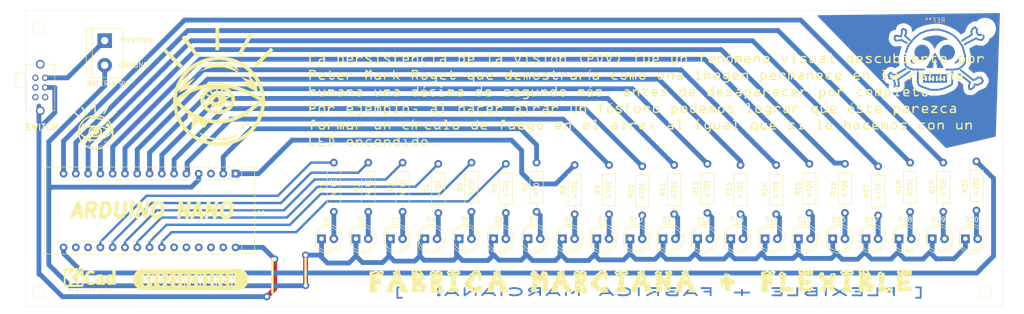
<source format=kicad_pcb>
(kicad_pcb (version 20171130) (host pcbnew "(5.1.2)-1")
  (layers (0 F.Cu signal) (31 B.Cu signal) (34 B.Paste user) (35 F.Paste user) (36 B.SilkS user) (37 F.SilkS user) (38 B.Mask user) (39 F.Mask user) (44 Edge.Cuts user))
  (net 0 "")
  (net 1 "Net-(A1-Pad1)")
  (net 2 "Net-(A1-Pad17)")
  (net 3 "Net-(A1-Pad2)")
  (net 4 "Net-(A1-Pad18)")
  (net 5 "Net-(A1-Pad3)")
  (net 6 "Net-(A1-Pad19)")
  (net 7 GND)
  (net 8 "Net-(A1-Pad20)")
  (net 9 "Net-(A1-Pad5)")
  (net 10 "Net-(A1-Pad21)")
  (net 11 "Net-(A1-Pad6)")
  (net 12 "Net-(A1-Pad22)")
  (net 13 "Net-(A1-Pad7)")
  (net 14 "Net-(A1-Pad23)")
  (net 15 "Net-(A1-Pad8)")
  (net 16 "Net-(A1-Pad24)")
  (net 17 "Net-(A1-Pad9)")
  (net 18 "Net-(A1-Pad25)")
  (net 19 "Net-(A1-Pad10)")
  (net 20 "Net-(A1-Pad26)")
  (net 21 "Net-(A1-Pad11)")
  (net 22 "Net-(A1-Pad27)")
  (net 23 "Net-(A1-Pad12)")
  (net 24 "Net-(A1-Pad28)")
  (net 25 "Net-(A1-Pad13)")
  (net 26 "Net-(A1-Pad14)")
  (net 27 "Net-(A1-Pad30)")
  (net 28 "Net-(A1-Pad15)")
  (net 29 "Net-(A1-Pad16)")
  (net 30 "Net-(D1-Pad2)")
  (net 31 "Net-(D2-Pad2)")
  (net 32 "Net-(D3-Pad2)")
  (net 33 "Net-(D4-Pad2)")
  (net 34 "Net-(D5-Pad2)")
  (net 35 "Net-(D6-Pad2)")
  (net 36 "Net-(D7-Pad2)")
  (net 37 "Net-(D8-Pad2)")
  (net 38 "Net-(D9-Pad2)")
  (net 39 "Net-(D10-Pad2)")
  (net 40 "Net-(D11-Pad2)")
  (net 41 "Net-(D12-Pad2)")
  (net 42 "Net-(D13-Pad2)")
  (net 43 "Net-(D14-Pad2)")
  (net 44 "Net-(D15-Pad2)")
  (net 45 "Net-(D16-Pad2)")
  (net 46 "Net-(D17-Pad2)")
  (net 47 "Net-(D18-Pad2)")
  (net 48 "Net-(D19-Pad2)")
  (net 49 "Net-(D20-Pad2)")
  (net 50 +9V)
  (net 51 "Net-(S1-Pad3)")
  (net 52 "Net-(S1-Pad4)")
  (net 53 "Net-(S1-Pad5)")
  (net 54 "Net-(S1-Pad6)")
  (net 55 "Net-(S1-PadMH1)")
  (net 56 "Net-(S1-PadMH2)")
  (net 57 "Net-(A1-Pad29)")
  (module Mounting_Holes:MountingHole_2.5mm (layer F.Cu) (at 229.87 74.93)
    (fp_text reference REF** hide)
    (fp_text value MountingHole_2.5mm)
    (pad 1 np_thru_hole circle (at 0 0) (size 2.5 2.5) (drill 2.5) (layers *.Cu *.Mask))
  )
  (module Mounting_Holes:MountingHole_2.5mm (layer F.Cu) (at 229.87 129.54)
    (fp_text reference REF** hide)
    (fp_text value MountingHole_2.5mm)
    (pad 1 np_thru_hole circle (at 0 0) (size 2.5 2.5) (drill 2.5) (layers *.Cu *.Mask))
  )
  (module Mounting_Holes:MountingHole_2.5mm (layer F.Cu) (at 34.29 129.54)
    (fp_text reference REF** hide)
    (fp_text value MountingHole_2.5mm)
    (pad 1 np_thru_hole circle (at 0 0) (size 2.5 2.5) (drill 2.5) (layers *.Cu *.Mask))
  )
  (module Mounting_Holes:MountingHole_2.5mm (layer F.Cu) (at 34.29 74.93)
    (fp_text reference REF** hide)
    (fp_text value MountingHole_2.5mm)
    (pad 1 np_thru_hole circle (at 0 0) (size 2.5 2.5) (drill 2.5) (layers *.Cu *.Mask))
  )
  (module drawing:POV (layer F.Cu) (at 130.81 101.6)
    (fp_text reference Ref** hide)
    (fp_text value Val** hide)
  )
  (module Symbols:Symbol_Danger_CopperTop_Big (layer B.Cu) (at 219.525 81.35 180)
    (fp_text reference REF** (at 0 8.128) (layer B.SilkS) (effects (justify mirror)))
    (fp_text value Symbol_Danger_CopperTop_Big)
    (fp_line (start 2.159 2.286) (end 1.778 1.143) (layer B.Cu) (width 0.381))
    (fp_line (start 1.778 1.143) (end 2.54 0.762) (layer B.Cu) (width 0.381))
    (fp_line (start 2.54 0.762) (end 3.175 0.762) (layer B.Cu) (width 0.381))
    (fp_line (start 3.175 0.762) (end 3.556 1.397) (layer B.Cu) (width 0.381))
    (fp_line (start 3.556 1.397) (end 3.429 1.905) (layer B.Cu) (width 0.381))
    (fp_line (start 3.429 1.905) (end 3.048 2.286) (layer B.Cu) (width 0.381))
    (fp_line (start 3.048 2.286) (end 2.413 2.286) (layer B.Cu) (width 0.381))
    (fp_line (start 2.413 2.286) (end 2.286 1.524) (layer B.Cu) (width 0.381))
    (fp_line (start 2.286 1.524) (end 2.413 1.143) (layer B.Cu) (width 0.381))
    (fp_line (start 2.413 1.143) (end 2.794 1.143) (layer B.Cu) (width 0.381))
    (fp_line (start 2.794 1.143) (end 3.048 1.524) (layer B.Cu) (width 0.381))
    (fp_line (start 3.048 1.524) (end 2.794 1.905) (layer B.Cu) (width 0.381))
    (fp_line (start -2.667 2.667) (end -3.175 2.413) (layer B.Cu) (width 0.381))
    (fp_line (start -3.175 2.413) (end -3.683 1.905) (layer B.Cu) (width 0.381))
    (fp_line (start -3.683 1.905) (end -3.683 1.27) (layer B.Cu) (width 0.381))
    (fp_line (start -3.683 1.27) (end -3.429 0.762) (layer B.Cu) (width 0.381))
    (fp_line (start -3.429 0.762) (end -3.048 0.508) (layer B.Cu) (width 0.381))
    (fp_line (start -3.048 0.508) (end -2.54 0.381) (layer B.Cu) (width 0.381))
    (fp_line (start -2.54 0.381) (end -1.778 0.635) (layer B.Cu) (width 0.381))
    (fp_line (start -1.778 0.635) (end -1.397 1.27) (layer B.Cu) (width 0.381))
    (fp_line (start -1.397 1.27) (end -1.397 1.905) (layer B.Cu) (width 0.381))
    (fp_line (start -1.397 1.905) (end -1.651 2.159) (layer B.Cu) (width 0.381))
    (fp_line (start -1.651 2.159) (end -2.032 2.667) (layer B.Cu) (width 0.381))
    (fp_line (start -2.032 2.667) (end -2.54 2.667) (layer B.Cu) (width 0.381))
    (fp_line (start -2.54 2.667) (end -2.921 2.032) (layer B.Cu) (width 0.381))
    (fp_line (start -2.921 2.032) (end -3.302 1.524) (layer B.Cu) (width 0.381))
    (fp_line (start -3.302 1.524) (end -3.048 1.143) (layer B.Cu) (width 0.381))
    (fp_line (start -3.048 1.143) (end -2.667 0.889) (layer B.Cu) (width 0.381))
    (fp_line (start -2.667 0.889) (end -2.159 0.889) (layer B.Cu) (width 0.381))
    (fp_line (start -2.159 0.889) (end -1.905 1.524) (layer B.Cu) (width 0.381))
    (fp_line (start -1.905 1.524) (end -2.032 2.032) (layer B.Cu) (width 0.381))
    (fp_line (start -2.032 2.032) (end -2.54 2.286) (layer B.Cu) (width 0.381))
    (fp_line (start -2.54 2.286) (end -2.794 1.397) (layer B.Cu) (width 0.381))
    (fp_line (start -2.794 1.397) (end -2.413 1.27) (layer B.Cu) (width 0.381))
    (fp_line (start -2.413 1.27) (end -2.413 1.778) (layer B.Cu) (width 0.381))
    (fp_line (start 6.096 -1.905) (end 8.128 -3.048) (layer B.Cu) (width 0.381))
    (fp_line (start 8.128 -3.048) (end 8.636 -3.048) (layer B.Cu) (width 0.381))
    (fp_line (start 8.636 -3.048) (end 9.144 -2.667) (layer B.Cu) (width 0.381))
    (fp_line (start 9.144 -2.667) (end 9.652 -3.175) (layer B.Cu) (width 0.381))
    (fp_line (start 9.652 -3.175) (end 9.398 -3.81) (layer B.Cu) (width 0.381))
    (fp_line (start 9.398 -3.81) (end 8.89 -3.937) (layer B.Cu) (width 0.381))
    (fp_line (start 8.89 -3.937) (end 8.509 -4.191) (layer B.Cu) (width 0.381))
    (fp_line (start 8.509 -4.191) (end 8.255 -4.953) (layer B.Cu) (width 0.381))
    (fp_line (start 8.255 -4.953) (end 8.382 -5.588) (layer B.Cu) (width 0.381))
    (fp_line (start 8.382 -5.588) (end 7.493 -5.461) (layer B.Cu) (width 0.381))
    (fp_line (start 7.493 -5.461) (end 7.493 -4.699) (layer B.Cu) (width 0.381))
    (fp_line (start 7.493 -4.699) (end 7.62 -4.064) (layer B.Cu) (width 0.381))
    (fp_line (start 7.62 -4.064) (end 5.207 -2.413) (layer B.Cu) (width 0.381))
    (fp_line (start -5.588 3.937) (end -7.62 5.207) (layer B.Cu) (width 0.381))
    (fp_line (start -7.62 5.207) (end -7.493 5.842) (layer B.Cu) (width 0.381))
    (fp_line (start -7.493 5.842) (end -7.747 6.35) (layer B.Cu) (width 0.381))
    (fp_line (start -7.747 6.35) (end -8.255 6.731) (layer B.Cu) (width 0.381))
    (fp_line (start -8.255 6.731) (end -8.636 6.35) (layer B.Cu) (width 0.381))
    (fp_line (start -8.636 6.35) (end -8.636 5.588) (layer B.Cu) (width 0.381))
    (fp_line (start -8.636 5.588) (end -9.017 5.08) (layer B.Cu) (width 0.381))
    (fp_line (start -9.017 5.08) (end -10.033 5.334) (layer B.Cu) (width 0.381))
    (fp_line (start -10.033 5.334) (end -10.033 4.445) (layer B.Cu) (width 0.381))
    (fp_line (start -10.033 4.445) (end -9.652 4.064) (layer B.Cu) (width 0.381))
    (fp_line (start -9.652 4.064) (end -8.89 4.191) (layer B.Cu) (width 0.381))
    (fp_line (start -8.89 4.191) (end -8.509 4.445) (layer B.Cu) (width 0.381))
    (fp_line (start -8.509 4.445) (end -6.096 3.175) (layer B.Cu) (width 0.381))
    (fp_line (start -5.334 -2.159) (end -7.874 -4.191) (layer B.Cu) (width 0.381))
    (fp_line (start -7.874 -4.191) (end -8.382 -4.064) (layer B.Cu) (width 0.381))
    (fp_line (start -8.382 -4.064) (end -8.89 -3.683) (layer B.Cu) (width 0.381))
    (fp_line (start -8.89 -3.683) (end -9.525 -3.683) (layer B.Cu) (width 0.381))
    (fp_line (start -9.525 -3.683) (end -9.906 -4.318) (layer B.Cu) (width 0.381))
    (fp_line (start -9.906 -4.318) (end -9.652 -4.826) (layer B.Cu) (width 0.381))
    (fp_line (start -9.652 -4.826) (end -8.763 -5.207) (layer B.Cu) (width 0.381))
    (fp_line (start -8.763 -5.207) (end -8.255 -5.08) (layer B.Cu) (width 0.381))
    (fp_line (start -8.255 -5.08) (end -8.001 -5.715) (layer B.Cu) (width 0.381))
    (fp_line (start -8.001 -5.715) (end -7.493 -6.096) (layer B.Cu) (width 0.381))
    (fp_line (start -7.493 -6.096) (end -7.112 -6.096) (layer B.Cu) (width 0.381))
    (fp_line (start -7.112 -6.096) (end -6.985 -5.461) (layer B.Cu) (width 0.381))
    (fp_line (start -6.985 -5.461) (end -7.239 -4.699) (layer B.Cu) (width 0.381))
    (fp_line (start -7.239 -4.699) (end -4.826 -2.794) (layer B.Cu) (width 0.381))
    (fp_line (start 5.207 4.064) (end 6.223 4.953) (layer B.Cu) (width 0.381))
    (fp_line (start 6.223 4.953) (end 5.969 5.461) (layer B.Cu) (width 0.381))
    (fp_line (start 5.969 5.461) (end 5.969 6.096) (layer B.Cu) (width 0.381))
    (fp_line (start 5.969 6.096) (end 6.477 6.35) (layer B.Cu) (width 0.381))
    (fp_line (start 6.477 6.35) (end 6.858 6.223) (layer B.Cu) (width 0.381))
    (fp_line (start 6.858 6.223) (end 6.858 5.588) (layer B.Cu) (width 0.381))
    (fp_line (start 6.858 5.588) (end 6.985 4.826) (layer B.Cu) (width 0.381))
    (fp_line (start 6.985 4.826) (end 7.747 4.953) (layer B.Cu) (width 0.381))
    (fp_line (start 7.747 4.953) (end 8.255 4.953) (layer B.Cu) (width 0.381))
    (fp_line (start 8.255 4.953) (end 8.382 4.318) (layer B.Cu) (width 0.381))
    (fp_line (start 8.382 4.318) (end 8.128 3.937) (layer B.Cu) (width 0.381))
    (fp_line (start 8.128 3.937) (end 6.858 4.064) (layer B.Cu) (width 0.381))
    (fp_line (start 6.858 4.064) (end 5.842 3.429) (layer B.Cu) (width 0.381))
    (fp_line (start 1.524 -3.302) (end 1.524 -4.445) (layer B.Cu) (width 0.381))
    (fp_line (start 0.762 -3.302) (end 0.762 -4.445) (layer B.Cu) (width 0.381))
    (fp_line (start -1.524 -3.302) (end -1.524 -4.445) (layer B.Cu) (width 0.381))
    (fp_line (start -0.762 -3.175) (end -0.762 -4.445) (layer B.Cu) (width 0.381))
    (fp_line (start 0 -3.175) (end 0 -4.572) (layer B.Cu) (width 0.381))
    (fp_line (start -2.286 -3.175) (end 2.286 -3.175) (layer B.Cu) (width 0.381))
    (fp_line (start 2.286 -3.175) (end 2.286 -4.572) (layer B.Cu) (width 0.381))
    (fp_line (start 2.286 -4.572) (end -2.286 -4.572) (layer B.Cu) (width 0.381))
    (fp_line (start -2.286 -4.572) (end -2.286 -3.175) (layer B.Cu) (width 0.381))
    (fp_circle (center -2.54 1.524) (end -2.54 1.397) (layer B.Cu) (width 0.381))
    (fp_circle (center 2.667 1.524) (end 2.667 1.27) (layer B.Cu) (width 0.381))
    (fp_circle (center 2.667 1.524) (end 2.794 0.889) (layer B.Cu) (width 0.381))
    (fp_circle (center 2.667 1.524) (end 3.048 0.508) (layer B.Cu) (width 0.381))
    (fp_circle (center -2.54 1.524) (end -2.413 1.016) (layer B.Cu) (width 0.381))
    (fp_circle (center -2.54 1.524) (end -2.159 0.635) (layer B.Cu) (width 0.381))
    (fp_circle (center -2.54 1.524) (end -2.54 0.127) (layer B.Cu) (width 0.381))
    (fp_circle (center 2.667 1.524) (end 2.794 0.127) (layer B.Cu) (width 0.381))
    (fp_line (start -1.016 -1.397) (end -0.635 -0.762) (layer B.Cu) (width 0.381))
    (fp_line (start -0.381 0.254) (end -1.143 -1.27) (layer B.Cu) (width 0.381))
    (fp_line (start 0.381 0) (end 1.016 -1.397) (layer B.Cu) (width 0.381))
    (fp_line (start -0.635 -1.524) (end -1.524 -1.524) (layer B.Cu) (width 0.381))
    (fp_line (start -1.524 -1.524) (end 0 1.143) (layer B.Cu) (width 0.381))
    (fp_line (start 0 1.143) (end -0.635 -1.524) (layer B.Cu) (width 0.381))
    (fp_line (start 0 1.143) (end 1.524 -1.524) (layer B.Cu) (width 0.381))
    (fp_line (start 1.524 -1.524) (end 0.635 -1.524) (layer B.Cu) (width 0.381))
    (fp_line (start 0.635 -1.524) (end 0 1.143) (layer B.Cu) (width 0.381))
    (fp_line (start 3.556 -2.54) (end 3.556 -4.572) (layer B.Cu) (width 0.381))
    (fp_line (start 3.556 -4.572) (end 3.429 -5.08) (layer B.Cu) (width 0.381))
    (fp_line (start 3.429 -5.08) (end 3.048 -5.461) (layer B.Cu) (width 0.381))
    (fp_line (start 3.048 -5.461) (end 2.286 -5.715) (layer B.Cu) (width 0.381))
    (fp_line (start 2.286 -5.715) (end 1.651 -5.969) (layer B.Cu) (width 0.381))
    (fp_line (start 1.651 -5.969) (end 0.762 -6.223) (layer B.Cu) (width 0.381))
    (fp_line (start 0.762 -6.223) (end 0 -6.223) (layer B.Cu) (width 0.381))
    (fp_line (start -3.556 -2.54) (end -3.556 -4.953) (layer B.Cu) (width 0.381))
    (fp_line (start -3.556 -4.953) (end -3.175 -5.334) (layer B.Cu) (width 0.381))
    (fp_line (start -3.175 -5.334) (end -2.667 -5.588) (layer B.Cu) (width 0.381))
    (fp_line (start -2.667 -5.588) (end -1.778 -5.969) (layer B.Cu) (width 0.381))
    (fp_line (start -1.778 -5.969) (end -1.143 -6.096) (layer B.Cu) (width 0.381))
    (fp_line (start -1.143 -6.096) (end -0.508 -6.223) (layer B.Cu) (width 0.381))
    (fp_line (start -0.508 -6.223) (end 0 -6.223) (layer B.Cu) (width 0.381))
    (fp_line (start 2.286 -2.032) (end 4.318 -2.032) (layer B.Cu) (width 0.381))
    (fp_line (start 4.318 -2.032) (end 4.953 -1.905) (layer B.Cu) (width 0.381))
    (fp_line (start 4.953 -1.905) (end 5.588 -1.651) (layer B.Cu) (width 0.381))
    (fp_line (start 5.588 -1.651) (end 5.969 -1.397) (layer B.Cu) (width 0.381))
    (fp_line (start 5.969 -1.397) (end 6.223 -0.762) (layer B.Cu) (width 0.381))
    (fp_line (start -2.286 -2.032) (end -3.81 -2.032) (layer B.Cu) (width 0.381))
    (fp_line (start -3.81 -2.032) (end -4.826 -1.905) (layer B.Cu) (width 0.381))
    (fp_line (start -4.826 -1.905) (end -5.461 -1.524) (layer B.Cu) (width 0.381))
    (fp_line (start -5.461 -1.524) (end -5.969 -1.016) (layer B.Cu) (width 0.381))
    (fp_line (start -5.969 -1.016) (end -6.223 -0.508) (layer B.Cu) (width 0.381))
    (fp_line (start -6.223 -0.508) (end -6.223 0.127) (layer B.Cu) (width 0.381))
    (fp_line (start -6.223 0.127) (end -6.223 0.762) (layer B.Cu) (width 0.381))
    (fp_line (start -6.223 0.762) (end -5.969 1.778) (layer B.Cu) (width 0.381))
    (fp_line (start -5.969 1.778) (end -5.715 2.667) (layer B.Cu) (width 0.381))
    (fp_line (start -5.715 2.667) (end -5.08 3.683) (layer B.Cu) (width 0.381))
    (fp_line (start -5.08 3.683) (end -4.191 4.699) (layer B.Cu) (width 0.381))
    (fp_line (start -4.191 4.699) (end -3.556 5.207) (layer B.Cu) (width 0.381))
    (fp_line (start -3.556 5.207) (end -2.54 5.715) (layer B.Cu) (width 0.381))
    (fp_line (start -2.54 5.715) (end -1.778 5.969) (layer B.Cu) (width 0.381))
    (fp_line (start -1.778 5.969) (end -0.889 6.223) (layer B.Cu) (width 0.381))
    (fp_line (start -0.889 6.223) (end 0.381 6.223) (layer B.Cu) (width 0.381))
    (fp_line (start 0.381 6.223) (end 1.778 5.969) (layer B.Cu) (width 0.381))
    (fp_line (start 1.778 5.969) (end 3.048 5.461) (layer B.Cu) (width 0.381))
    (fp_line (start 3.048 5.461) (end 4.064 4.699) (layer B.Cu) (width 0.381))
    (fp_line (start 4.064 4.699) (end 4.826 3.81) (layer B.Cu) (width 0.381))
    (fp_line (start 4.826 3.81) (end 5.588 2.794) (layer B.Cu) (width 0.381))
    (fp_line (start 5.588 2.794) (end 5.969 1.651) (layer B.Cu) (width 0.381))
    (fp_line (start 5.969 1.651) (end 6.223 0.762) (layer B.Cu) (width 0.381))
    (fp_line (start 6.223 0.762) (end 6.223 0.127) (layer B.Cu) (width 0.381))
    (fp_line (start 6.223 0.127) (end 6.223 -0.127) (layer B.Cu) (width 0.381))
    (fp_line (start 6.223 -0.127) (end 6.223 -0.381) (layer B.Cu) (width 0.381))
    (fp_line (start 6.223 -0.381) (end 6.096 -0.889) (layer B.Cu) (width 0.381))
  )
  (module SeleccionDeComponentes:TerminalBlock_bornier-2_P5.08mm (layer F.Cu) (at 47.875 77.4 270)
    (fp_text reference "BATERIA 9V" (at 8.89 -0.508 180) (layer F.SilkS))
    (fp_text value Conn_01x02_Female)
    (pad 2 thru_hole circle (at 5.08 0 270) (size 3 3) (drill 1.52) (layers *.Cu *.Mask) (net 7 GND))
    (pad 1 thru_hole rect (at 0 0 270) (size 3 3) (drill 1.52) (layers *.Cu *.Mask) (net 50 +9V))
  )
  (module Module:Arduino_Nano (layer F.Cu) (at 74.93 104.902 270)
    (fp_text reference A1 (at 8.128 -5.334 180) (layer F.SilkS))
    (fp_text value "ARDUINO NANO" (at 7.62 17.272) (layer F.SilkS) (effects (font (size 3 3) (thickness 0.75) italic)))
    (pad 1 thru_hole rect (at 0 0 270) (size 1.6 1.6) (drill 0.8) (layers *.Cu *.Mask) (net 1 "Net-(A1-Pad1)"))
    (pad 17 thru_hole oval (at 15.24 33.02 270) (size 1.6 1.6) (drill 0.8) (layers *.Cu *.Mask) (net 2 "Net-(A1-Pad17)"))
    (pad 2 thru_hole oval (at 0 2.54 270) (size 1.6 1.6) (drill 0.8) (layers *.Cu *.Mask) (net 3 "Net-(A1-Pad2)"))
    (pad 18 thru_hole oval (at 15.24 30.48 270) (size 1.6 1.6) (drill 0.8) (layers *.Cu *.Mask) (net 4 "Net-(A1-Pad18)"))
    (pad 3 thru_hole oval (at 0 5.08 270) (size 1.6 1.6) (drill 0.8) (layers *.Cu *.Mask) (net 5 "Net-(A1-Pad3)"))
    (pad 19 thru_hole oval (at 15.24 27.94 270) (size 1.6 1.6) (drill 0.8) (layers *.Cu *.Mask) (net 6 "Net-(A1-Pad19)"))
    (pad 4 thru_hole oval (at 0 7.62 270) (size 1.6 1.6) (drill 0.8) (layers *.Cu *.Mask) (net 7 GND))
    (pad 20 thru_hole oval (at 15.24 25.4 270) (size 1.6 1.6) (drill 0.8) (layers *.Cu *.Mask) (net 8 "Net-(A1-Pad20)"))
    (pad 5 thru_hole oval (at 0 10.16 270) (size 1.6 1.6) (drill 0.8) (layers *.Cu *.Mask) (net 9 "Net-(A1-Pad5)"))
    (pad 21 thru_hole oval (at 15.24 22.86 270) (size 1.6 1.6) (drill 0.8) (layers *.Cu *.Mask) (net 10 "Net-(A1-Pad21)"))
    (pad 6 thru_hole oval (at 0 12.7 270) (size 1.6 1.6) (drill 0.8) (layers *.Cu *.Mask) (net 11 "Net-(A1-Pad6)"))
    (pad 22 thru_hole oval (at 15.24 20.32 270) (size 1.6 1.6) (drill 0.8) (layers *.Cu *.Mask) (net 12 "Net-(A1-Pad22)"))
    (pad 7 thru_hole oval (at 0 15.24 270) (size 1.6 1.6) (drill 0.8) (layers *.Cu *.Mask) (net 13 "Net-(A1-Pad7)"))
    (pad 23 thru_hole oval (at 15.24 17.78 270) (size 1.6 1.6) (drill 0.8) (layers *.Cu *.Mask) (net 14 "Net-(A1-Pad23)"))
    (pad 8 thru_hole oval (at 0 17.78 270) (size 1.6 1.6) (drill 0.8) (layers *.Cu *.Mask) (net 15 "Net-(A1-Pad8)"))
    (pad 24 thru_hole oval (at 15.24 15.24 270) (size 1.6 1.6) (drill 0.8) (layers *.Cu *.Mask) (net 16 "Net-(A1-Pad24)"))
    (pad 9 thru_hole oval (at 0 20.32 270) (size 1.6 1.6) (drill 0.8) (layers *.Cu *.Mask) (net 17 "Net-(A1-Pad9)"))
    (pad 25 thru_hole oval (at 15.24 12.7 270) (size 1.6 1.6) (drill 0.8) (layers *.Cu *.Mask) (net 18 "Net-(A1-Pad25)"))
    (pad 10 thru_hole oval (at 0 22.86 270) (size 1.6 1.6) (drill 0.8) (layers *.Cu *.Mask) (net 19 "Net-(A1-Pad10)"))
    (pad 26 thru_hole oval (at 15.24 10.16 270) (size 1.6 1.6) (drill 0.8) (layers *.Cu *.Mask) (net 20 "Net-(A1-Pad26)"))
    (pad 11 thru_hole oval (at 0 25.4 270) (size 1.6 1.6) (drill 0.8) (layers *.Cu *.Mask) (net 21 "Net-(A1-Pad11)"))
    (pad 27 thru_hole oval (at 15.24 7.62 270) (size 1.6 1.6) (drill 0.8) (layers *.Cu *.Mask) (net 22 "Net-(A1-Pad27)"))
    (pad 12 thru_hole oval (at 0 27.94 270) (size 1.6 1.6) (drill 0.8) (layers *.Cu *.Mask) (net 23 "Net-(A1-Pad12)"))
    (pad 28 thru_hole oval (at 15.24 5.08 270) (size 1.6 1.6) (drill 0.8) (layers *.Cu *.Mask) (net 24 "Net-(A1-Pad28)"))
    (pad 13 thru_hole oval (at 0 30.48 270) (size 1.6 1.6) (drill 0.8) (layers *.Cu *.Mask) (net 25 "Net-(A1-Pad13)"))
    (pad 29 thru_hole oval (at 15.24 2.54 270) (size 1.6 1.6) (drill 0.8) (layers *.Cu *.Mask) (net 57 "Net-(A1-Pad29)"))
    (pad 14 thru_hole oval (at 0 33.02 270) (size 1.6 1.6) (drill 0.8) (layers *.Cu *.Mask) (net 26 "Net-(A1-Pad14)"))
    (pad 30 thru_hole oval (at 15.24 0 270) (size 1.6 1.6) (drill 0.8) (layers *.Cu *.Mask) (net 27 "Net-(A1-Pad30)"))
    (pad 15 thru_hole oval (at 0 35.56 270) (size 1.6 1.6) (drill 0.8) (layers *.Cu *.Mask) (net 28 "Net-(A1-Pad15)"))
    (pad 16 thru_hole oval (at 15.24 35.56 270) (size 1.6 1.6) (drill 0.8) (layers *.Cu *.Mask) (net 29 "Net-(A1-Pad16)"))
  )
  (module SeleccionDeComponentes:LED_D5.0mm (layer F.Cu) (at 92.71 118.364)
    (fp_text reference D1 (at 1.27 -3.96) (layer F.SilkS))
    (fp_text value LED)
    (pad 1 thru_hole rect (at 0 0) (size 1.8 1.8) (drill 0.9) (layers *.Cu *.Mask) (net 7 GND))
    (pad 2 thru_hole circle (at 2.54 0) (size 1.8 1.8) (drill 0.9) (layers *.Cu *.Mask) (net 30 "Net-(D1-Pad2)"))
  )
  (module SeleccionDeComponentes:LED_D5.0mm (layer F.Cu) (at 99.822 118.364)
    (fp_text reference D2 (at 1.27 -3.96) (layer F.SilkS))
    (fp_text value LED)
    (pad 2 thru_hole circle (at 2.54 0) (size 1.8 1.8) (drill 0.9) (layers *.Cu *.Mask) (net 31 "Net-(D2-Pad2)"))
    (pad 1 thru_hole rect (at 0 0) (size 1.8 1.8) (drill 0.9) (layers *.Cu *.Mask) (net 7 GND))
  )
  (module SeleccionDeComponentes:LED_D5.0mm (layer F.Cu) (at 106.934 118.364)
    (fp_text reference D3 (at 1.27 -3.96) (layer F.SilkS))
    (fp_text value LED)
    (pad 2 thru_hole circle (at 2.54 0) (size 1.8 1.8) (drill 0.9) (layers *.Cu *.Mask) (net 32 "Net-(D3-Pad2)"))
    (pad 1 thru_hole rect (at 0 0) (size 1.8 1.8) (drill 0.9) (layers *.Cu *.Mask) (net 7 GND))
  )
  (module SeleccionDeComponentes:LED_D5.0mm (layer F.Cu) (at 114.046 118.364)
    (fp_text reference D4 (at 1.27 -3.96) (layer F.SilkS))
    (fp_text value LED)
    (pad 1 thru_hole rect (at 0 0) (size 1.8 1.8) (drill 0.9) (layers *.Cu *.Mask) (net 7 GND))
    (pad 2 thru_hole circle (at 2.54 0) (size 1.8 1.8) (drill 0.9) (layers *.Cu *.Mask) (net 33 "Net-(D4-Pad2)"))
  )
  (module SeleccionDeComponentes:LED_D5.0mm (layer F.Cu) (at 121.158 118.364)
    (fp_text reference D5 (at 1.27 -3.96) (layer F.SilkS))
    (fp_text value LED)
    (pad 1 thru_hole rect (at 0 0) (size 1.8 1.8) (drill 0.9) (layers *.Cu *.Mask) (net 7 GND))
    (pad 2 thru_hole circle (at 2.54 0) (size 1.8 1.8) (drill 0.9) (layers *.Cu *.Mask) (net 34 "Net-(D5-Pad2)"))
  )
  (module SeleccionDeComponentes:LED_D5.0mm (layer F.Cu) (at 128.27 118.364)
    (fp_text reference D6 (at 1.27 -3.96) (layer F.SilkS))
    (fp_text value LED)
    (pad 2 thru_hole circle (at 2.54 0) (size 1.8 1.8) (drill 0.9) (layers *.Cu *.Mask) (net 35 "Net-(D6-Pad2)"))
    (pad 1 thru_hole rect (at 0 0) (size 1.8 1.8) (drill 0.9) (layers *.Cu *.Mask) (net 7 GND))
  )
  (module SeleccionDeComponentes:LED_D5.0mm (layer F.Cu) (at 135.382 118.364)
    (fp_text reference D7 (at 1.27 -3.96) (layer F.SilkS))
    (fp_text value LED)
    (pad 2 thru_hole circle (at 2.54 0) (size 1.8 1.8) (drill 0.9) (layers *.Cu *.Mask) (net 36 "Net-(D7-Pad2)"))
    (pad 1 thru_hole rect (at 0 0) (size 1.8 1.8) (drill 0.9) (layers *.Cu *.Mask) (net 7 GND))
  )
  (module SeleccionDeComponentes:LED_D5.0mm (layer F.Cu) (at 142.494 118.364)
    (fp_text reference D8 (at 1.27 -3.96) (layer F.SilkS))
    (fp_text value LED)
    (pad 1 thru_hole rect (at 0 0) (size 1.8 1.8) (drill 0.9) (layers *.Cu *.Mask) (net 7 GND))
    (pad 2 thru_hole circle (at 2.54 0) (size 1.8 1.8) (drill 0.9) (layers *.Cu *.Mask) (net 37 "Net-(D8-Pad2)"))
  )
  (module SeleccionDeComponentes:LED_D5.0mm (layer F.Cu) (at 149.606 118.364)
    (fp_text reference D9 (at 1.27 -3.96) (layer F.SilkS))
    (fp_text value LED)
    (pad 2 thru_hole circle (at 2.54 0) (size 1.8 1.8) (drill 0.9) (layers *.Cu *.Mask) (net 38 "Net-(D9-Pad2)"))
    (pad 1 thru_hole rect (at 0 0) (size 1.8 1.8) (drill 0.9) (layers *.Cu *.Mask) (net 7 GND))
  )
  (module SeleccionDeComponentes:LED_D5.0mm (layer F.Cu) (at 156.464 118.364)
    (fp_text reference D10 (at 1.27 -3.96) (layer F.SilkS))
    (fp_text value LED)
    (pad 2 thru_hole circle (at 2.54 0) (size 1.8 1.8) (drill 0.9) (layers *.Cu *.Mask) (net 39 "Net-(D10-Pad2)"))
    (pad 1 thru_hole rect (at 0 0) (size 1.8 1.8) (drill 0.9) (layers *.Cu *.Mask) (net 7 GND))
  )
  (module SeleccionDeComponentes:LED_D5.0mm (layer F.Cu) (at 163.322 118.364)
    (fp_text reference D11 (at 1.27 -3.96) (layer F.SilkS))
    (fp_text value LED)
    (pad 2 thru_hole circle (at 2.54 0) (size 1.8 1.8) (drill 0.9) (layers *.Cu *.Mask) (net 40 "Net-(D11-Pad2)"))
    (pad 1 thru_hole rect (at 0 0) (size 1.8 1.8) (drill 0.9) (layers *.Cu *.Mask) (net 7 GND))
  )
  (module SeleccionDeComponentes:LED_D5.0mm (layer F.Cu) (at 170.434 118.364)
    (fp_text reference D12 (at 1.27 -3.96) (layer F.SilkS))
    (fp_text value LED)
    (pad 1 thru_hole rect (at 0 0) (size 1.8 1.8) (drill 0.9) (layers *.Cu *.Mask) (net 7 GND))
    (pad 2 thru_hole circle (at 2.54 0) (size 1.8 1.8) (drill 0.9) (layers *.Cu *.Mask) (net 41 "Net-(D12-Pad2)"))
  )
  (module SeleccionDeComponentes:LED_D5.0mm (layer F.Cu) (at 177.292 118.364)
    (fp_text reference D13 (at 1.27 -3.96) (layer F.SilkS))
    (fp_text value LED)
    (pad 2 thru_hole circle (at 2.54 0) (size 1.8 1.8) (drill 0.9) (layers *.Cu *.Mask) (net 42 "Net-(D13-Pad2)"))
    (pad 1 thru_hole rect (at 0 0) (size 1.8 1.8) (drill 0.9) (layers *.Cu *.Mask) (net 7 GND))
  )
  (module SeleccionDeComponentes:LED_D5.0mm (layer F.Cu) (at 184.404 118.364)
    (fp_text reference D14 (at 1.27 -3.96) (layer F.SilkS))
    (fp_text value LED)
    (pad 1 thru_hole rect (at 0 0) (size 1.8 1.8) (drill 0.9) (layers *.Cu *.Mask) (net 7 GND))
    (pad 2 thru_hole circle (at 2.54 0) (size 1.8 1.8) (drill 0.9) (layers *.Cu *.Mask) (net 43 "Net-(D14-Pad2)"))
  )
  (module SeleccionDeComponentes:LED_D5.0mm (layer F.Cu) (at 191.262 118.364)
    (fp_text reference D15 (at 1.27 -3.96) (layer F.SilkS))
    (fp_text value LED)
    (pad 1 thru_hole rect (at 0 0) (size 1.8 1.8) (drill 0.9) (layers *.Cu *.Mask) (net 7 GND))
    (pad 2 thru_hole circle (at 2.54 0) (size 1.8 1.8) (drill 0.9) (layers *.Cu *.Mask) (net 44 "Net-(D15-Pad2)"))
  )
  (module SeleccionDeComponentes:LED_D5.0mm (layer F.Cu) (at 198.374 118.364)
    (fp_text reference D16 (at 1.27 -3.96) (layer F.SilkS))
    (fp_text value LED)
    (pad 2 thru_hole circle (at 2.54 0) (size 1.8 1.8) (drill 0.9) (layers *.Cu *.Mask) (net 45 "Net-(D16-Pad2)"))
    (pad 1 thru_hole rect (at 0 0) (size 1.8 1.8) (drill 0.9) (layers *.Cu *.Mask) (net 7 GND))
  )
  (module SeleccionDeComponentes:LED_D5.0mm (layer F.Cu) (at 205.232 118.364)
    (fp_text reference D17 (at 1.27 -3.96) (layer F.SilkS))
    (fp_text value LED)
    (pad 1 thru_hole rect (at 0 0) (size 1.8 1.8) (drill 0.9) (layers *.Cu *.Mask) (net 7 GND))
    (pad 2 thru_hole circle (at 2.54 0) (size 1.8 1.8) (drill 0.9) (layers *.Cu *.Mask) (net 46 "Net-(D17-Pad2)"))
  )
  (module SeleccionDeComponentes:LED_D5.0mm (layer F.Cu) (at 212.09 118.364)
    (fp_text reference D18 (at 1.27 -3.96) (layer F.SilkS))
    (fp_text value LED)
    (pad 1 thru_hole rect (at 0 0) (size 1.8 1.8) (drill 0.9) (layers *.Cu *.Mask) (net 7 GND))
    (pad 2 thru_hole circle (at 2.54 0) (size 1.8 1.8) (drill 0.9) (layers *.Cu *.Mask) (net 47 "Net-(D18-Pad2)"))
  )
  (module SeleccionDeComponentes:LED_D5.0mm (layer F.Cu) (at 218.948 118.364)
    (fp_text reference D19 (at 1.27 -3.96) (layer F.SilkS))
    (fp_text value LED)
    (pad 2 thru_hole circle (at 2.54 0) (size 1.8 1.8) (drill 0.9) (layers *.Cu *.Mask) (net 48 "Net-(D19-Pad2)"))
    (pad 1 thru_hole rect (at 0 0) (size 1.8 1.8) (drill 0.9) (layers *.Cu *.Mask) (net 7 GND))
  )
  (module SeleccionDeComponentes:LED_D5.0mm (layer F.Cu) (at 225.806 118.364)
    (fp_text reference D20 (at 1.27 -3.96) (layer F.SilkS))
    (fp_text value LED)
    (pad 1 thru_hole rect (at 0 0) (size 1.8 1.8) (drill 0.9) (layers *.Cu *.Mask) (net 7 GND))
    (pad 2 thru_hole circle (at 2.54 0) (size 1.8 1.8) (drill 0.9) (layers *.Cu *.Mask) (net 49 "Net-(D20-Pad2)"))
  )
  (module SeleccionDeComponentes:R_Axial_DIN0207_L6.3mm_D2.5mm_P10.16mm_Horizontal (layer F.Cu) (at 95.25 112.776 90)
    (fp_text reference R1 (at 5.08 -2.37 90) (layer F.SilkS))
    (fp_text value R)
    (fp_text user 470E (at 5.08 0 90) (layer F.SilkS))
    (pad 1 thru_hole circle (at 0 0 90) (size 1.6 1.6) (drill 0.8) (layers *.Cu *.Mask) (net 30 "Net-(D1-Pad2)"))
    (pad 2 thru_hole oval (at 10.16 0 90) (size 1.6 1.6) (drill 0.8) (layers *.Cu *.Mask) (net 6 "Net-(A1-Pad19)"))
  )
  (module SeleccionDeComponentes:R_Axial_DIN0207_L6.3mm_D2.5mm_P10.16mm_Horizontal (layer F.Cu) (at 102.362 112.776 90)
    (fp_text reference R2 (at 5.08 -2.37 90) (layer F.SilkS))
    (fp_text value R)
    (fp_text user 470E (at 5.08 0 90) (layer F.SilkS))
    (pad 2 thru_hole oval (at 10.16 0 90) (size 1.6 1.6) (drill 0.8) (layers *.Cu *.Mask) (net 8 "Net-(A1-Pad20)"))
    (pad 1 thru_hole circle (at 0 0 90) (size 1.6 1.6) (drill 0.8) (layers *.Cu *.Mask) (net 31 "Net-(D2-Pad2)"))
  )
  (module SeleccionDeComponentes:R_Axial_DIN0207_L6.3mm_D2.5mm_P10.16mm_Horizontal (layer F.Cu) (at 109.474 112.776 90)
    (fp_text reference R3 (at 5.08 -2.37 90) (layer F.SilkS))
    (fp_text value R)
    (fp_text user 470E (at 5.08 0 90) (layer F.SilkS))
    (pad 1 thru_hole circle (at 0 0 90) (size 1.6 1.6) (drill 0.8) (layers *.Cu *.Mask) (net 32 "Net-(D3-Pad2)"))
    (pad 2 thru_hole oval (at 10.16 0 90) (size 1.6 1.6) (drill 0.8) (layers *.Cu *.Mask) (net 10 "Net-(A1-Pad21)"))
  )
  (module SeleccionDeComponentes:R_Axial_DIN0207_L6.3mm_D2.5mm_P10.16mm_Horizontal (layer F.Cu) (at 116.84 113.03 90)
    (fp_text reference R4 (at 5.08 -2.37 90) (layer F.SilkS))
    (fp_text value R)
    (fp_text user 470E (at 5.08 0 90) (layer F.SilkS))
    (pad 2 thru_hole oval (at 10.16 0 90) (size 1.6 1.6) (drill 0.8) (layers *.Cu *.Mask) (net 12 "Net-(A1-Pad22)"))
    (pad 1 thru_hole circle (at 0 0 90) (size 1.6 1.6) (drill 0.8) (layers *.Cu *.Mask) (net 33 "Net-(D4-Pad2)"))
  )
  (module SeleccionDeComponentes:R_Axial_DIN0207_L6.3mm_D2.5mm_P10.16mm_Horizontal (layer F.Cu) (at 123.698 112.776 90)
    (fp_text reference R5 (at 5.08 -2.37 90) (layer F.SilkS))
    (fp_text value R)
    (fp_text user 470E (at 5.08 0 90) (layer F.SilkS))
    (pad 1 thru_hole circle (at 0 0 90) (size 1.6 1.6) (drill 0.8) (layers *.Cu *.Mask) (net 34 "Net-(D5-Pad2)"))
    (pad 2 thru_hole oval (at 10.16 0 90) (size 1.6 1.6) (drill 0.8) (layers *.Cu *.Mask) (net 14 "Net-(A1-Pad23)"))
  )
  (module SeleccionDeComponentes:R_Axial_DIN0207_L6.3mm_D2.5mm_P10.16mm_Horizontal (layer F.Cu) (at 130.81 113.03 90)
    (fp_text reference R6 (at 5.08 -2.37 90) (layer F.SilkS))
    (fp_text value R)
    (fp_text user 470E (at 5.08 0 90) (layer F.SilkS))
    (pad 1 thru_hole circle (at 0 0 90) (size 1.6 1.6) (drill 0.8) (layers *.Cu *.Mask) (net 35 "Net-(D6-Pad2)"))
    (pad 2 thru_hole oval (at 10.16 0 90) (size 1.6 1.6) (drill 0.8) (layers *.Cu *.Mask) (net 16 "Net-(A1-Pad24)"))
  )
  (module SeleccionDeComponentes:R_Axial_DIN0207_L6.3mm_D2.5mm_P10.16mm_Horizontal (layer F.Cu) (at 137.16 112.776 90)
    (fp_text reference R7 (at 5.08 -2.37 90) (layer F.SilkS))
    (fp_text value R)
    (fp_text user 470E (at 5.08 0 90) (layer F.SilkS))
    (pad 2 thru_hole oval (at 10.16 0 90) (size 1.6 1.6) (drill 0.8) (layers *.Cu *.Mask) (net 3 "Net-(A1-Pad2)"))
    (pad 1 thru_hole circle (at 0 0 90) (size 1.6 1.6) (drill 0.8) (layers *.Cu *.Mask) (net 36 "Net-(D7-Pad2)"))
  )
  (module SeleccionDeComponentes:R_Axial_DIN0207_L6.3mm_D2.5mm_P10.16mm_Horizontal (layer F.Cu) (at 145.034 113.284 90)
    (fp_text reference R8 (at 5.08 -2.37 90) (layer F.SilkS))
    (fp_text value R)
    (fp_text user 470E (at 5.08 0 90) (layer F.SilkS))
    (pad 1 thru_hole circle (at 0 0 90) (size 1.6 1.6) (drill 0.8) (layers *.Cu *.Mask) (net 37 "Net-(D8-Pad2)"))
    (pad 2 thru_hole oval (at 10.16 0 90) (size 1.6 1.6) (drill 0.8) (layers *.Cu *.Mask) (net 1 "Net-(A1-Pad1)"))
  )
  (module SeleccionDeComponentes:R_Axial_DIN0207_L6.3mm_D2.5mm_P10.16mm_Horizontal (layer F.Cu) (at 152.146 113.284 90)
    (fp_text reference R9 (at 5.08 -2.37 90) (layer F.SilkS))
    (fp_text value R)
    (fp_text user 470E (at 5.08 0 90) (layer F.SilkS))
    (pad 2 thru_hole oval (at 10.16 0 90) (size 1.6 1.6) (drill 0.8) (layers *.Cu *.Mask) (net 9 "Net-(A1-Pad5)"))
    (pad 1 thru_hole circle (at 0 0 90) (size 1.6 1.6) (drill 0.8) (layers *.Cu *.Mask) (net 38 "Net-(D9-Pad2)"))
  )
  (module SeleccionDeComponentes:R_Axial_DIN0207_L6.3mm_D2.5mm_P10.16mm_Horizontal (layer F.Cu) (at 159.004 113.538 90)
    (fp_text reference R10 (at 5.08 -2.37 90) (layer F.SilkS))
    (fp_text value R)
    (fp_text user 470E (at 5.08 0 90) (layer F.SilkS))
    (pad 1 thru_hole circle (at 0 0 90) (size 1.6 1.6) (drill 0.8) (layers *.Cu *.Mask) (net 39 "Net-(D10-Pad2)"))
    (pad 2 thru_hole oval (at 10.16 0 90) (size 1.6 1.6) (drill 0.8) (layers *.Cu *.Mask) (net 11 "Net-(A1-Pad6)"))
  )
  (module SeleccionDeComponentes:R_Axial_DIN0207_L6.3mm_D2.5mm_P10.16mm_Horizontal (layer F.Cu) (at 165.608 113.284 90)
    (fp_text reference R11 (at 5.08 -2.37 90) (layer F.SilkS))
    (fp_text value R)
    (fp_text user 470E (at 5.08 0 90) (layer F.SilkS))
    (pad 2 thru_hole oval (at 10.16 0 90) (size 1.6 1.6) (drill 0.8) (layers *.Cu *.Mask) (net 13 "Net-(A1-Pad7)"))
    (pad 1 thru_hole circle (at 0 0 90) (size 1.6 1.6) (drill 0.8) (layers *.Cu *.Mask) (net 40 "Net-(D11-Pad2)"))
  )
  (module SeleccionDeComponentes:R_Axial_DIN0207_L6.3mm_D2.5mm_P10.16mm_Horizontal (layer F.Cu) (at 172.466 113.03 90)
    (fp_text reference R12 (at 5.08 -2.37 90) (layer F.SilkS))
    (fp_text value R)
    (fp_text user 470E (at 5.08 0 90) (layer F.SilkS))
    (pad 2 thru_hole oval (at 10.16 0 90) (size 1.6 1.6) (drill 0.8) (layers *.Cu *.Mask) (net 15 "Net-(A1-Pad8)"))
    (pad 1 thru_hole circle (at 0 0 90) (size 1.6 1.6) (drill 0.8) (layers *.Cu *.Mask) (net 41 "Net-(D12-Pad2)"))
  )
  (module SeleccionDeComponentes:R_Axial_DIN0207_L6.3mm_D2.5mm_P10.16mm_Horizontal (layer F.Cu) (at 179.324 113.284 90)
    (fp_text reference R13 (at 5.08 -2.37 90) (layer F.SilkS))
    (fp_text value R)
    (fp_text user 470E (at 5.08 0 90) (layer F.SilkS))
    (pad 1 thru_hole circle (at 0 0 90) (size 1.6 1.6) (drill 0.8) (layers *.Cu *.Mask) (net 42 "Net-(D13-Pad2)"))
    (pad 2 thru_hole oval (at 10.16 0 90) (size 1.6 1.6) (drill 0.8) (layers *.Cu *.Mask) (net 17 "Net-(A1-Pad9)"))
  )
  (module SeleccionDeComponentes:R_Axial_DIN0207_L6.3mm_D2.5mm_P10.16mm_Horizontal (layer F.Cu) (at 186.69 113.284 90)
    (fp_text reference R14 (at 5.08 -2.37 90) (layer F.SilkS))
    (fp_text value R)
    (fp_text user 470E (at 5.08 0 90) (layer F.SilkS))
    (pad 2 thru_hole oval (at 10.16 0 90) (size 1.6 1.6) (drill 0.8) (layers *.Cu *.Mask) (net 19 "Net-(A1-Pad10)"))
    (pad 1 thru_hole circle (at 0 0 90) (size 1.6 1.6) (drill 0.8) (layers *.Cu *.Mask) (net 43 "Net-(D14-Pad2)"))
  )
  (module SeleccionDeComponentes:R_Axial_DIN0207_L6.3mm_D2.5mm_P10.16mm_Horizontal (layer F.Cu) (at 193.548 113.03 90)
    (fp_text reference R15 (at 5.08 -2.37 90) (layer F.SilkS))
    (fp_text value R)
    (fp_text user 470E (at 5.08 0 90) (layer F.SilkS))
    (pad 1 thru_hole circle (at 0 0 90) (size 1.6 1.6) (drill 0.8) (layers *.Cu *.Mask) (net 44 "Net-(D15-Pad2)"))
    (pad 2 thru_hole oval (at 10.16 0 90) (size 1.6 1.6) (drill 0.8) (layers *.Cu *.Mask) (net 21 "Net-(A1-Pad11)"))
  )
  (module SeleccionDeComponentes:R_Axial_DIN0207_L6.3mm_D2.5mm_P10.16mm_Horizontal (layer F.Cu) (at 200.914 113.03 90)
    (fp_text reference R16 (at 5.08 -2.37 90) (layer F.SilkS))
    (fp_text value R)
    (fp_text user 470E (at 5.08 0 90) (layer F.SilkS))
    (pad 2 thru_hole oval (at 10.16 0 90) (size 1.6 1.6) (drill 0.8) (layers *.Cu *.Mask) (net 23 "Net-(A1-Pad12)"))
    (pad 1 thru_hole circle (at 0 0 90) (size 1.6 1.6) (drill 0.8) (layers *.Cu *.Mask) (net 45 "Net-(D16-Pad2)"))
  )
  (module SeleccionDeComponentes:R_Axial_DIN0207_L6.3mm_D2.5mm_P10.16mm_Horizontal (layer F.Cu) (at 207.772 113.538 90)
    (fp_text reference R17 (at 5.08 -2.37 90) (layer F.SilkS))
    (fp_text value R)
    (fp_text user 470E (at 5.08 0 90) (layer F.SilkS))
    (pad 1 thru_hole circle (at 0 0 90) (size 1.6 1.6) (drill 0.8) (layers *.Cu *.Mask) (net 46 "Net-(D17-Pad2)"))
    (pad 2 thru_hole oval (at 10.16 0 90) (size 1.6 1.6) (drill 0.8) (layers *.Cu *.Mask) (net 25 "Net-(A1-Pad13)"))
  )
  (module SeleccionDeComponentes:R_Axial_DIN0207_L6.3mm_D2.5mm_P10.16mm_Horizontal (layer F.Cu) (at 214.376 112.776 90)
    (fp_text reference R18 (at 5.08 -2.37 90) (layer F.SilkS))
    (fp_text value R)
    (fp_text user 470E (at 5.08 0 90) (layer F.SilkS))
    (pad 2 thru_hole oval (at 10.16 0 90) (size 1.6 1.6) (drill 0.8) (layers *.Cu *.Mask) (net 26 "Net-(A1-Pad14)"))
    (pad 1 thru_hole circle (at 0 0 90) (size 1.6 1.6) (drill 0.8) (layers *.Cu *.Mask) (net 47 "Net-(D18-Pad2)"))
  )
  (module SeleccionDeComponentes:R_Axial_DIN0207_L6.3mm_D2.5mm_P10.16mm_Horizontal (layer F.Cu) (at 221.234 112.776 90)
    (fp_text reference R19 (at 5.08 -2.37 90) (layer F.SilkS))
    (fp_text value R)
    (fp_text user 470E (at 5.08 0 90) (layer F.SilkS))
    (pad 1 thru_hole circle (at 0 0 90) (size 1.6 1.6) (drill 0.8) (layers *.Cu *.Mask) (net 48 "Net-(D19-Pad2)"))
    (pad 2 thru_hole oval (at 10.16 0 90) (size 1.6 1.6) (drill 0.8) (layers *.Cu *.Mask) (net 28 "Net-(A1-Pad15)"))
  )
  (module SeleccionDeComponentes:R_Axial_DIN0207_L6.3mm_D2.5mm_P10.16mm_Horizontal (layer F.Cu) (at 228.092 112.522 90)
    (fp_text reference R20 (at 5.08 -2.37 90) (layer F.SilkS))
    (fp_text value R)
    (fp_text user 470E (at 5.08 0 90) (layer F.SilkS))
    (pad 2 thru_hole oval (at 10.16 0 90) (size 1.6 1.6) (drill 0.8) (layers *.Cu *.Mask) (net 29 "Net-(A1-Pad16)"))
    (pad 1 thru_hole circle (at 0 0 90) (size 1.6 1.6) (drill 0.8) (layers *.Cu *.Mask) (net 49 "Net-(D20-Pad2)"))
  )
  (module SamacSys_Parts:EG2211A (layer F.Cu) (at 35.56 85.09 270)
    (fp_text reference SWITCH (at 10.225 0.675 180) (layer F.SilkS) (effects (font (size 1.27 1.27) (thickness 0.254))))
    (fp_text value EG2211A hide)
    (pad 1 thru_hole circle (at 0 0 270) (size 1.3 1.3) (drill 0.8) (layers *.Cu *.Mask) (net 50 +9V))
    (pad 2 thru_hole circle (at 2 0 270) (size 1.3 1.3) (drill 0.8) (layers *.Cu *.Mask) (net 27 "Net-(A1-Pad30)"))
    (pad 3 thru_hole circle (at 4 0 270) (size 1.3 1.3) (drill 0.8) (layers *.Cu *.Mask) (net 51 "Net-(S1-Pad3)"))
    (pad 4 thru_hole circle (at 0 2 270) (size 1.3 1.3) (drill 0.8) (layers *.Cu *.Mask) (net 52 "Net-(S1-Pad4)"))
    (pad 5 thru_hole circle (at 2 2 270) (size 1.3 1.3) (drill 0.8) (layers *.Cu *.Mask) (net 53 "Net-(S1-Pad5)"))
    (pad 6 thru_hole circle (at 4 2 270) (size 1.3 1.3) (drill 0.8) (layers *.Cu *.Mask) (net 54 "Net-(S1-Pad6)"))
    (pad MH1 thru_hole circle (at -2.8 1 270) (size 1.8 1.8) (drill 1.2) (layers *.Cu *.Mask) (net 55 "Net-(S1-PadMH1)"))
    (pad MH2 thru_hole circle (at 6.8 1 270) (size 1.8 1.8) (drill 1.2) (layers *.Cu *.Mask) (net 56 "Net-(S1-PadMH2)"))
  )
  (gr_circle (center 229.87 129.54) (end 229.87 130.81) (layer F.SilkS) (width 0.12))
  (gr_circle (center 229.87 74.93) (end 229.87 76.2) (layer F.SilkS) (width 0.12))
  (gr_circle (center 34.29 74.93) (end 34.29 76.2) (layer F.SilkS) (width 0.12))
  (gr_circle (center 34.29 129.54) (end 34.29 128.27) (layer F.SilkS) (width 0.12))
  (gr_line (start 82.55 122.428) (end 82.55 129.54) (layer F.SilkS) (width 0.5))
  (gr_text "[ FLEXIBLE + FABRICA MARCIANA!  ] " (at 160.95 129.375) (layer B.Cu) (effects (font (size 1.5 4) (thickness 0.375)) (justify mirror)))
  (gr_line (start 31.575 71.175) (end 31.575 71.4) (layer Edge.Cuts) (width 0.05))
  (gr_line (start 233.525 71.175) (end 31.575 71.175) (layer Edge.Cuts) (width 0.05))
  (gr_line (start 233.525 132.4) (end 233.525 71.175) (layer Edge.Cuts) (width 0.05))
  (gr_line (start 31.575 132.4) (end 233.525 132.4) (layer Edge.Cuts) (width 0.05))
  (gr_line (start 31.575 71.4) (end 31.575 132.4) (layer Edge.Cuts) (width 0.05))
  (gr_text GROUND (at 53.825 82.475) (layer F.SilkS) (effects (font (size 1 1))))
  (gr_text POSITIVO (at 54.425 77.325) (layer F.SilkS) (effects (font (size 1 1))))
  (gr_line (start 89.408 122.428) (end 89.408 127.762) (layer F.SilkS) (width 0.5))
  (segment (start 79.673 104.902) (end 74.93 104.902) (width 1) (layer B.Cu) (net 1))
  (segment (start 86.6 97.975) (end 79.673 104.902) (width 1) (layer B.Cu) (net 1))
  (segment (start 141.133 107.025) (end 136.35 107.025) (width 1) (layer B.Cu) (net 1))
  (segment (start 145.034 103.124) (end 141.133 107.025) (width 1) (layer B.Cu) (net 1))
  (segment (start 136.35 107.025) (end 134.075 104.75) (width 1) (layer B.Cu) (net 1))
  (segment (start 134.075 104.75) (end 134.075 100.1) (width 1) (layer B.Cu) (net 1))
  (segment (start 134.075 100.1) (end 131.95 97.975) (width 1) (layer B.Cu) (net 1))
  (segment (start 131.95 97.975) (end 86.6 97.975) (width 1) (layer B.Cu) (net 1))
  (segment (start 72.39 103.77063) (end 72.39 104.902) (width 1) (layer B.Cu) (net 3))
  (segment (start 72.39 101.41) (end 72.39 103.77063) (width 1) (layer B.Cu) (net 3))
  (segment (start 78.175 95.625) (end 72.39 101.41) (width 1) (layer B.Cu) (net 3))
  (segment (start 133.825 95.625) (end 78.175 95.625) (width 1) (layer B.Cu) (net 3))
  (segment (start 137.16 102.616) (end 137.16 98.96) (width 1) (layer B.Cu) (net 3))
  (segment (start 137.16 98.96) (end 133.825 95.625) (width 1) (layer B.Cu) (net 3))
  (segment (start 46.99 119.01063) (end 46.99 120.142) (width 0.5) (layer B.Cu) (net 6))
  (segment (start 56.52663 109.474) (end 46.99 119.01063) (width 0.5) (layer B.Cu) (net 6))
  (segment (start 83.676 109.474) (end 56.52663 109.474) (width 0.5) (layer B.Cu) (net 6))
  (segment (start 95.25 102.616) (end 90.534 102.616) (width 0.5) (layer B.Cu) (net 6))
  (segment (start 90.534 102.616) (end 83.676 109.474) (width 0.5) (layer B.Cu) (net 6))
  (segment (start 36.322 108.204) (end 36.83 107.696) (width 1) (layer B.Cu) (net 7))
  (segment (start 92.71 122.174) (end 92.71 118.364) (width 1) (layer B.Cu) (net 7))
  (segment (start 99.822 121.92) (end 99.822 118.364) (width 1) (layer B.Cu) (net 7))
  (segment (start 149.606 121.158) (end 149.606 118.364) (width 1) (layer B.Cu) (net 7))
  (segment (start 149.098 121.666) (end 149.606 121.158) (width 1) (layer B.Cu) (net 7))
  (segment (start 156.464 121.412) (end 156.464 118.364) (width 1) (layer B.Cu) (net 7))
  (segment (start 163.322 120.904) (end 163.322 118.364) (width 1) (layer B.Cu) (net 7))
  (segment (start 162.814 121.412) (end 163.322 120.904) (width 1) (layer B.Cu) (net 7))
  (segment (start 170.434 120.904) (end 170.434 118.364) (width 1) (layer B.Cu) (net 7))
  (segment (start 169.926 121.412) (end 170.434 120.904) (width 1) (layer B.Cu) (net 7))
  (segment (start 177.292 121.158) (end 177.292 118.364) (width 1) (layer B.Cu) (net 7))
  (segment (start 177.038 121.412) (end 177.292 121.158) (width 1) (layer B.Cu) (net 7))
  (segment (start 184.404 120.65) (end 184.404 118.364) (width 1) (layer B.Cu) (net 7))
  (segment (start 183.642 121.412) (end 184.404 120.65) (width 1) (layer B.Cu) (net 7))
  (segment (start 191.262 121.412) (end 191.262 118.364) (width 1) (layer B.Cu) (net 7))
  (segment (start 198.374 120.65) (end 198.374 118.364) (width 1) (layer B.Cu) (net 7))
  (segment (start 199.136 121.412) (end 198.374 120.65) (width 1) (layer B.Cu) (net 7))
  (segment (start 205.232 120.904) (end 205.232 118.364) (width 1) (layer B.Cu) (net 7))
  (segment (start 204.978 121.158) (end 205.232 120.904) (width 1) (layer B.Cu) (net 7))
  (segment (start 212.09 120.904) (end 212.09 118.364) (width 1) (layer B.Cu) (net 7))
  (segment (start 211.836 121.158) (end 212.09 120.904) (width 1) (layer B.Cu) (net 7))
  (segment (start 218.948 120.65) (end 218.948 118.364) (width 1) (layer B.Cu) (net 7))
  (segment (start 218.44 121.158) (end 218.948 120.65) (width 1) (layer B.Cu) (net 7))
  (via (at 89.408 128.016) (size 1.5) (drill 0.8) (layers F.Cu B.Cu) (net 7))
  (segment (start 67.31 106.172) (end 67.31 104.902) (width 1) (layer B.Cu) (net 7))
  (segment (start 65.786 107.696) (end 67.31 106.172) (width 1) (layer B.Cu) (net 7))
  (segment (start 36.83 107.696) (end 65.786 107.696) (width 1) (layer B.Cu) (net 7))
  (segment (start 225.806 120.142) (end 225.806 118.364) (width 1) (layer B.Cu) (net 7))
  (segment (start 223.448 122.5) (end 225.806 120.142) (width 1) (layer B.Cu) (net 7))
  (segment (start 218.44 121.158) (end 219.782 122.5) (width 1) (layer B.Cu) (net 7))
  (segment (start 219.782 122.5) (end 223.448 122.5) (width 1) (layer B.Cu) (net 7))
  (segment (start 217.048 122.55) (end 218.44 121.158) (width 1) (layer B.Cu) (net 7))
  (segment (start 211.836 121.158) (end 213.228 122.55) (width 1) (layer B.Cu) (net 7))
  (segment (start 213.228 122.55) (end 217.048 122.55) (width 1) (layer B.Cu) (net 7))
  (segment (start 210.444 122.55) (end 211.836 121.158) (width 1) (layer B.Cu) (net 7))
  (segment (start 204.978 121.158) (end 206.37 122.55) (width 1) (layer B.Cu) (net 7))
  (segment (start 206.37 122.55) (end 210.444 122.55) (width 1) (layer B.Cu) (net 7))
  (segment (start 203.536 122.6) (end 204.978 121.158) (width 1) (layer B.Cu) (net 7))
  (segment (start 199.136 121.412) (end 200.324 122.6) (width 1) (layer B.Cu) (net 7))
  (segment (start 200.324 122.6) (end 203.536 122.6) (width 1) (layer B.Cu) (net 7))
  (segment (start 198.123 122.425) (end 199.136 121.412) (width 1) (layer B.Cu) (net 7))
  (segment (start 191.262 121.412) (end 192.275 122.425) (width 1) (layer B.Cu) (net 7))
  (segment (start 192.275 122.425) (end 198.123 122.425) (width 1) (layer B.Cu) (net 7))
  (segment (start 190.249 122.425) (end 191.262 121.412) (width 1) (layer B.Cu) (net 7))
  (segment (start 183.642 121.412) (end 184.655 122.425) (width 1) (layer B.Cu) (net 7))
  (segment (start 184.655 122.425) (end 190.249 122.425) (width 1) (layer B.Cu) (net 7))
  (segment (start 182.554 122.5) (end 183.642 121.412) (width 1) (layer B.Cu) (net 7))
  (segment (start 177.038 121.412) (end 178.126 122.5) (width 1) (layer B.Cu) (net 7))
  (segment (start 178.126 122.5) (end 182.554 122.5) (width 1) (layer B.Cu) (net 7))
  (segment (start 175.9 122.55) (end 177.038 121.412) (width 1) (layer B.Cu) (net 7))
  (segment (start 169.926 121.412) (end 171.064 122.55) (width 1) (layer B.Cu) (net 7))
  (segment (start 171.064 122.55) (end 175.9 122.55) (width 1) (layer B.Cu) (net 7))
  (segment (start 168.738 122.6) (end 169.926 121.412) (width 1) (layer B.Cu) (net 7))
  (segment (start 162.814 121.412) (end 164.002 122.6) (width 1) (layer B.Cu) (net 7))
  (segment (start 164.002 122.6) (end 168.738 122.6) (width 1) (layer B.Cu) (net 7))
  (segment (start 161.626 122.6) (end 162.814 121.412) (width 1) (layer B.Cu) (net 7))
  (segment (start 156.464 121.412) (end 157.652 122.6) (width 1) (layer B.Cu) (net 7))
  (segment (start 157.652 122.6) (end 161.626 122.6) (width 1) (layer B.Cu) (net 7))
  (segment (start 155.151 122.725) (end 156.464 121.412) (width 1) (layer B.Cu) (net 7))
  (segment (start 149.098 121.666) (end 150.157 122.725) (width 1) (layer B.Cu) (net 7))
  (segment (start 150.157 122.725) (end 155.151 122.725) (width 1) (layer B.Cu) (net 7))
  (segment (start 147.914 122.85) (end 149.098 121.666) (width 1) (layer B.Cu) (net 7))
  (segment (start 142.24 121.666) (end 143.424 122.85) (width 1) (layer B.Cu) (net 7))
  (segment (start 143.424 122.85) (end 147.914 122.85) (width 1) (layer B.Cu) (net 7))
  (segment (start 141.056 122.85) (end 142.24 121.666) (width 1) (layer B.Cu) (net 7))
  (segment (start 135.128 121.666) (end 136.312 122.85) (width 1) (layer B.Cu) (net 7))
  (segment (start 136.312 122.85) (end 141.056 122.85) (width 1) (layer B.Cu) (net 7))
  (segment (start 133.994 122.8) (end 135.128 121.666) (width 1) (layer B.Cu) (net 7))
  (segment (start 128.27 121.666) (end 129.404 122.8) (width 1) (layer B.Cu) (net 7))
  (segment (start 129.404 122.8) (end 133.994 122.8) (width 1) (layer B.Cu) (net 7))
  (segment (start 127.086 122.85) (end 128.27 121.666) (width 1) (layer B.Cu) (net 7))
  (segment (start 120.904 121.92) (end 121.834 122.85) (width 1) (layer B.Cu) (net 7))
  (segment (start 121.834 122.85) (end 127.086 122.85) (width 1) (layer B.Cu) (net 7))
  (segment (start 120.024 122.8) (end 120.904 121.92) (width 1) (layer B.Cu) (net 7))
  (segment (start 113.03 121.92) (end 113.91 122.8) (width 1) (layer B.Cu) (net 7))
  (segment (start 113.91 122.8) (end 120.024 122.8) (width 1) (layer B.Cu) (net 7))
  (segment (start 111.975 122.975) (end 113.03 121.92) (width 1) (layer B.Cu) (net 7))
  (segment (start 106.68 121.92) (end 107.735 122.975) (width 1) (layer B.Cu) (net 7))
  (segment (start 107.735 122.975) (end 111.975 122.975) (width 1) (layer B.Cu) (net 7))
  (segment (start 92.28599 121.74999) (end 90.468665 121.74999) (width 1) (layer B.Cu) (net 7))
  (segment (start 90.468665 121.74999) (end 89.408005 121.74999) (width 1) (layer B.Cu) (net 7))
  (segment (start 92.71 122.174) (end 92.28599 121.74999) (width 1) (layer B.Cu) (net 7))
  (segment (start 89.408 121.749995) (end 89.408005 121.74999) (width 1) (layer F.Cu) (net 7))
  (segment (start 89.408 128.016) (end 89.408 121.749995) (width 1) (layer F.Cu) (net 7))
  (via (at 89.408005 121.74999) (size 1.5) (drill 0.8) (layers F.Cu B.Cu) (net 7))
  (segment (start 89.349 128.075) (end 89.408 128.016) (width 1) (layer B.Cu) (net 7))
  (segment (start 36.322 123.722) (end 40.675 128.075) (width 1) (layer B.Cu) (net 7))
  (segment (start 36.322 108.204) (end 36.322 123.722) (width 1) (layer B.Cu) (net 7))
  (segment (start 40.675 128.075) (end 89.349 128.075) (width 1) (layer B.Cu) (net 7))
  (segment (start 98.367 123.375) (end 99.822 121.92) (width 1) (layer B.Cu) (net 7))
  (segment (start 92.71 122.174) (end 93.911 123.375) (width 1) (layer B.Cu) (net 7))
  (segment (start 93.911 123.375) (end 98.367 123.375) (width 1) (layer B.Cu) (net 7))
  (segment (start 105.325 123.275) (end 106.68 121.92) (width 1) (layer B.Cu) (net 7))
  (segment (start 99.822 121.92) (end 101.177 123.275) (width 1) (layer B.Cu) (net 7))
  (segment (start 101.177 123.275) (end 105.325 123.275) (width 1) (layer B.Cu) (net 7))
  (segment (start 142.025 118.833) (end 142.494 118.364) (width 1) (layer B.Cu) (net 7))
  (segment (start 142.24 121.666) (end 142.025 121.451) (width 1) (layer B.Cu) (net 7))
  (segment (start 142.025 121.451) (end 142.025 118.833) (width 1) (layer B.Cu) (net 7))
  (segment (start 134.85 118.896) (end 135.382 118.364) (width 1) (layer B.Cu) (net 7))
  (segment (start 135.128 121.666) (end 134.85 121.388) (width 1) (layer B.Cu) (net 7))
  (segment (start 134.85 121.388) (end 134.85 118.896) (width 1) (layer B.Cu) (net 7))
  (segment (start 127.775 118.859) (end 128.27 118.364) (width 1) (layer B.Cu) (net 7))
  (segment (start 128.27 121.666) (end 127.775 121.171) (width 1) (layer B.Cu) (net 7))
  (segment (start 127.775 121.171) (end 127.775 118.859) (width 1) (layer B.Cu) (net 7))
  (segment (start 120.6 118.922) (end 121.158 118.364) (width 1) (layer B.Cu) (net 7))
  (segment (start 120.904 121.92) (end 120.6 121.616) (width 1) (layer B.Cu) (net 7))
  (segment (start 120.6 121.616) (end 120.6 118.922) (width 1) (layer B.Cu) (net 7))
  (segment (start 113.836 118.364) (end 114.046 118.364) (width 1) (layer B.Cu) (net 7))
  (segment (start 113.03 121.92) (end 113.03 119.17) (width 1) (layer B.Cu) (net 7))
  (segment (start 113.03 119.17) (end 113.836 118.364) (width 1) (layer B.Cu) (net 7))
  (segment (start 106.625 118.673) (end 106.934 118.364) (width 1) (layer B.Cu) (net 7))
  (segment (start 106.68 121.92) (end 106.625 121.865) (width 1) (layer B.Cu) (net 7))
  (segment (start 106.625 121.865) (end 106.625 118.673) (width 1) (layer B.Cu) (net 7))
  (segment (start 47.875 86.745) (end 47.875 82.48) (width 1) (layer B.Cu) (net 7))
  (segment (start 36.322 108.204) (end 36.322 98.298) (width 1) (layer B.Cu) (net 7))
  (segment (start 36.322 98.298) (end 47.875 86.745) (width 1) (layer B.Cu) (net 7))
  (segment (start 49.53 119.01063) (end 49.53 120.142) (width 0.5) (layer B.Cu) (net 8))
  (segment (start 57.566619 110.974011) (end 49.53 119.01063) (width 0.5) (layer B.Cu) (net 8))
  (segment (start 84.297321 110.974011) (end 57.566619 110.974011) (width 0.5) (layer B.Cu) (net 8))
  (segment (start 90.571332 104.7) (end 84.297321 110.974011) (width 0.5) (layer B.Cu) (net 8))
  (segment (start 102.362 102.616) (end 100.278 104.7) (width 0.5) (layer B.Cu) (net 8))
  (segment (start 100.278 104.7) (end 90.571332 104.7) (width 0.5) (layer B.Cu) (net 8))
  (segment (start 65.009999 104.662001) (end 64.77 104.902) (width 1) (layer B.Cu) (net 9))
  (segment (start 142.647 93.625) (end 73.95 93.625) (width 1) (layer B.Cu) (net 9))
  (segment (start 73.95 93.625) (end 64.925 102.65) (width 1) (layer B.Cu) (net 9))
  (segment (start 64.925 102.65) (end 64.925 103.713) (width 1) (layer B.Cu) (net 9))
  (segment (start 64.925 103.713) (end 65.009999 103.797999) (width 1) (layer B.Cu) (net 9))
  (segment (start 152.146 103.124) (end 142.647 93.625) (width 1) (layer B.Cu) (net 9))
  (segment (start 65.009999 103.797999) (end 65.009999 104.662001) (width 1) (layer B.Cu) (net 9))
  (segment (start 105.990033 106.099967) (end 91.2927 106.099967) (width 0.5) (layer B.Cu) (net 10))
  (segment (start 52.07 119.01063) (end 52.07 120.142) (width 0.5) (layer B.Cu) (net 10))
  (segment (start 84.918645 112.474022) (end 58.606608 112.474022) (width 0.5) (layer B.Cu) (net 10))
  (segment (start 58.606608 112.474022) (end 52.07 119.01063) (width 0.5) (layer B.Cu) (net 10))
  (segment (start 91.2927 106.099967) (end 84.918645 112.474022) (width 0.5) (layer B.Cu) (net 10))
  (segment (start 109.474 102.616) (end 105.990033 106.099967) (width 0.5) (layer B.Cu) (net 10))
  (segment (start 62.23 103.77063) (end 62.23 104.902) (width 1) (layer B.Cu) (net 11))
  (segment (start 62.23 101.995) (end 62.23 103.77063) (width 1) (layer B.Cu) (net 11))
  (segment (start 72.775 91.45) (end 62.23 101.995) (width 1) (layer B.Cu) (net 11))
  (segment (start 159.004 103.378) (end 147.076 91.45) (width 1) (layer B.Cu) (net 11))
  (segment (start 147.076 91.45) (end 72.775 91.45) (width 1) (layer B.Cu) (net 11))
  (segment (start 112.110022 107.599978) (end 91.914024 107.599978) (width 0.5) (layer B.Cu) (net 12))
  (segment (start 59.646597 113.974033) (end 54.61 119.01063) (width 0.5) (layer B.Cu) (net 12))
  (segment (start 54.61 119.01063) (end 54.61 120.142) (width 0.5) (layer B.Cu) (net 12))
  (segment (start 116.84 102.87) (end 112.110022 107.599978) (width 0.5) (layer B.Cu) (net 12))
  (segment (start 85.539969 113.974033) (end 59.646597 113.974033) (width 0.5) (layer B.Cu) (net 12))
  (segment (start 91.914024 107.599978) (end 85.539969 113.974033) (width 0.5) (layer B.Cu) (net 12))
  (segment (start 59.69 103.77063) (end 59.69 104.902) (width 1) (layer B.Cu) (net 13))
  (segment (start 59.69 101.035) (end 59.69 103.77063) (width 1) (layer B.Cu) (net 13))
  (segment (start 71.375 89.35) (end 59.69 101.035) (width 1) (layer B.Cu) (net 13))
  (segment (start 165.608 103.124) (end 151.834 89.35) (width 1) (layer B.Cu) (net 13))
  (segment (start 151.834 89.35) (end 71.375 89.35) (width 1) (layer B.Cu) (net 13))
  (segment (start 57.15 119.01063) (end 60.686586 115.474044) (width 0.5) (layer B.Cu) (net 14))
  (segment (start 86.161293 115.474044) (end 92.535348 109.099989) (width 0.5) (layer B.Cu) (net 14))
  (segment (start 60.686586 115.474044) (end 86.161293 115.474044) (width 0.5) (layer B.Cu) (net 14))
  (segment (start 92.535348 109.099989) (end 117.214011 109.099989) (width 0.5) (layer B.Cu) (net 14))
  (segment (start 122.898001 103.415999) (end 123.698 102.616) (width 0.5) (layer B.Cu) (net 14))
  (segment (start 117.214011 109.099989) (end 122.898001 103.415999) (width 0.5) (layer B.Cu) (net 14))
  (segment (start 57.15 120.142) (end 57.15 119.01063) (width 0.5) (layer B.Cu) (net 14))
  (segment (start 171.666001 102.070001) (end 172.466 102.87) (width 1) (layer B.Cu) (net 15))
  (segment (start 156.946 87.35) (end 171.666001 102.070001) (width 1) (layer B.Cu) (net 15))
  (segment (start 70.35 87.35) (end 156.946 87.35) (width 1) (layer B.Cu) (net 15))
  (segment (start 57.15 104.902) (end 57.15 100.55) (width 1) (layer B.Cu) (net 15))
  (segment (start 57.15 100.55) (end 70.35 87.35) (width 1) (layer B.Cu) (net 15))
  (segment (start 87.47 117) (end 61.70063 117) (width 0.5) (layer B.Cu) (net 16))
  (segment (start 123.055 110.625) (end 93.845 110.625) (width 0.5) (layer B.Cu) (net 16))
  (segment (start 93.845 110.625) (end 87.47 117) (width 0.5) (layer B.Cu) (net 16))
  (segment (start 59.69 119.01063) (end 59.69 120.142) (width 0.5) (layer B.Cu) (net 16))
  (segment (start 61.70063 117) (end 59.69 119.01063) (width 0.5) (layer B.Cu) (net 16))
  (segment (start 130.81 102.87) (end 123.055 110.625) (width 0.5) (layer B.Cu) (net 16))
  (segment (start 54.61 103.77063) (end 54.61 104.902) (width 1) (layer B.Cu) (net 17))
  (segment (start 54.61 99.915) (end 54.61 103.77063) (width 1) (layer B.Cu) (net 17))
  (segment (start 69.15 85.375) (end 54.61 99.915) (width 1) (layer B.Cu) (net 17))
  (segment (start 162.4 85.375) (end 69.15 85.375) (width 1) (layer B.Cu) (net 17))
  (segment (start 179.324 103.124) (end 179.324 102.299) (width 1) (layer B.Cu) (net 17))
  (segment (start 179.324 102.299) (end 162.4 85.375) (width 1) (layer B.Cu) (net 17))
  (segment (start 52.07 103.77063) (end 52.07 104.902) (width 1) (layer B.Cu) (net 19))
  (segment (start 52.07 99.626558) (end 52.07 103.77063) (width 1) (layer B.Cu) (net 19))
  (segment (start 68.271558 83.425) (end 52.07 99.626558) (width 1) (layer B.Cu) (net 19))
  (segment (start 186.69 103.124) (end 166.991 83.425) (width 1) (layer B.Cu) (net 19))
  (segment (start 166.991 83.425) (end 68.271558 83.425) (width 1) (layer B.Cu) (net 19))
  (segment (start 49.53 103.77063) (end 49.53 104.902) (width 1) (layer B.Cu) (net 21))
  (segment (start 49.53 99.338116) (end 49.53 103.77063) (width 1) (layer B.Cu) (net 21))
  (segment (start 67.618116 81.25) (end 49.53 99.338116) (width 1) (layer B.Cu) (net 21))
  (segment (start 193.548 102.87) (end 171.928 81.25) (width 1) (layer B.Cu) (net 21))
  (segment (start 171.928 81.25) (end 67.618116 81.25) (width 1) (layer B.Cu) (net 21))
  (segment (start 46.99 103.77063) (end 46.99 104.902) (width 1) (layer B.Cu) (net 23))
  (segment (start 200.769 102.725) (end 198.775 102.725) (width 1) (layer B.Cu) (net 23))
  (segment (start 200.914 102.87) (end 200.769 102.725) (width 1) (layer B.Cu) (net 23))
  (segment (start 198.775 102.725) (end 175.3 79.25) (width 1) (layer B.Cu) (net 23))
  (segment (start 175.3 79.25) (end 66.789674 79.25) (width 1) (layer B.Cu) (net 23))
  (segment (start 66.789674 79.25) (end 46.99 99.049674) (width 1) (layer B.Cu) (net 23))
  (segment (start 46.99 99.049674) (end 46.99 103.77063) (width 1) (layer B.Cu) (net 23))
  (segment (start 44.45 103.77063) (end 44.45 104.902) (width 1) (layer B.Cu) (net 25))
  (segment (start 44.45 98.761232) (end 44.45 103.77063) (width 1) (layer B.Cu) (net 25))
  (segment (start 65.786232 77.425) (end 44.45 98.761232) (width 1) (layer B.Cu) (net 25))
  (segment (start 207.772 103.378) (end 181.819 77.425) (width 1) (layer B.Cu) (net 25))
  (segment (start 181.819 77.425) (end 65.786232 77.425) (width 1) (layer B.Cu) (net 25))
  (segment (start 41.91 103.77063) (end 41.91 104.902) (width 1) (layer B.Cu) (net 26))
  (segment (start 41.91 98.47279) (end 41.91 103.77063) (width 1) (layer B.Cu) (net 26))
  (segment (start 65.05779 75.325) (end 41.91 98.47279) (width 1) (layer B.Cu) (net 26))
  (segment (start 214.376 102.616) (end 187.085 75.325) (width 1) (layer B.Cu) (net 26))
  (segment (start 187.085 75.325) (end 65.05779 75.325) (width 1) (layer B.Cu) (net 26))
  (via (at 81.4 130.32501) (size 1.5) (drill 0.8) (layers F.Cu B.Cu) (net 27))
  (via (at 83.025 122.575) (size 1.5) (drill 0.8) (layers F.Cu B.Cu) (net 27))
  (segment (start 74.93 120.142) (end 80.592 120.142) (width 1) (layer B.Cu) (net 27))
  (segment (start 81.4 130.32501) (end 83.025 128.70001) (width 1) (layer F.Cu) (net 27))
  (segment (start 83.025 128.70001) (end 83.025 123.63566) (width 1) (layer F.Cu) (net 27))
  (segment (start 83.025 123.63566) (end 83.025 122.575) (width 1) (layer F.Cu) (net 27))
  (segment (start 82.275001 121.825001) (end 83.025 122.575) (width 1) (layer B.Cu) (net 27))
  (segment (start 80.592 120.142) (end 82.275001 121.825001) (width 1) (layer B.Cu) (net 27))
  (segment (start 39.13901 130.32501) (end 80.33934 130.32501) (width 1) (layer B.Cu) (net 27))
  (segment (start 34.29 90.914) (end 34.29 125.73) (width 1) (layer B.Cu) (net 27))
  (segment (start 80.33934 130.32501) (end 81.4 130.32501) (width 1) (layer B.Cu) (net 27))
  (segment (start 34.29 125.476) (end 39.13901 130.32501) (width 1) (layer B.Cu) (net 27))
  (segment (start 35.56 87.09) (end 37.56 87.09) (width 1) (layer B.Cu) (net 27))
  (segment (start 34.29 95.560001) (end 34.29 96.52) (width 1) (layer B.Cu) (net 27))
  (segment (start 37.56 92.290001) (end 34.29 95.560001) (width 1) (layer B.Cu) (net 27))
  (segment (start 37.56 87.09) (end 37.56 92.290001) (width 1) (layer B.Cu) (net 27))
  (segment (start 39.37 103.77063) (end 39.37 104.902) (width 1) (layer B.Cu) (net 28))
  (segment (start 39.37 98.184348) (end 39.37 103.77063) (width 1) (layer B.Cu) (net 28))
  (segment (start 64.404348 73.15) (end 39.37 98.184348) (width 1) (layer B.Cu) (net 28))
  (segment (start 221.234 102.616) (end 191.768 73.15) (width 1) (layer B.Cu) (net 28))
  (segment (start 191.768 73.15) (end 64.404348 73.15) (width 1) (layer B.Cu) (net 28))
  (segment (start 228.175 125.45) (end 105.1 125.45) (width 1) (layer B.Cu) (net 29))
  (segment (start 228.854 124.771) (end 228.175 125.45) (width 1) (layer B.Cu) (net 29))
  (segment (start 228.854 124.714) (end 228.854 124.771) (width 1) (layer B.Cu) (net 29))
  (segment (start 231.62499 121.94301) (end 228.854 124.714) (width 1) (layer B.Cu) (net 29))
  (segment (start 228.092 102.362) (end 231.62499 105.89499) (width 1) (layer B.Cu) (net 29))
  (segment (start 231.62499 105.89499) (end 231.62499 121.94301) (width 1) (layer B.Cu) (net 29))
  (segment (start 39.37 121.27337) (end 39.37 120.142) (width 1) (layer B.Cu) (net 29))
  (segment (start 39.37 121.412) (end 39.37 121.27337) (width 1) (layer B.Cu) (net 29))
  (segment (start 43.383 125.425) (end 39.37 121.412) (width 1) (layer B.Cu) (net 29))
  (segment (start 105.35 125.45) (end 105.325 125.425) (width 1) (layer B.Cu) (net 29))
  (segment (start 105.325 125.425) (end 43.383 125.425) (width 1) (layer B.Cu) (net 29))
  (segment (start 95.25 118.364) (end 95.25 112.776) (width 1) (layer B.Cu) (net 30))
  (segment (start 102.362 112.776) (end 102.362 118.364) (width 1) (layer B.Cu) (net 31))
  (segment (start 109.474 112.776) (end 109.474 118.364) (width 1) (layer B.Cu) (net 32))
  (segment (start 116.84 118.11) (end 116.586 118.364) (width 1) (layer B.Cu) (net 33))
  (segment (start 116.84 113.03) (end 116.84 118.11) (width 1) (layer B.Cu) (net 33))
  (segment (start 123.698 112.776) (end 123.698 118.364) (width 1) (layer B.Cu) (net 34))
  (segment (start 130.81 113.03) (end 130.81 118.364) (width 1) (layer B.Cu) (net 35))
  (segment (start 137.922 113.538) (end 137.922 118.364) (width 1) (layer B.Cu) (net 36))
  (segment (start 137.16 112.776) (end 137.922 113.538) (width 1) (layer B.Cu) (net 36))
  (segment (start 145.034 113.284) (end 145.034 118.364) (width 1) (layer B.Cu) (net 37))
  (segment (start 152.146 113.284) (end 152.146 118.364) (width 1) (layer B.Cu) (net 38))
  (segment (start 159.004 113.538) (end 159.004 118.364) (width 1) (layer B.Cu) (net 39))
  (segment (start 166.325 117.901) (end 165.862 118.364) (width 1) (layer B.Cu) (net 40))
  (segment (start 165.608 113.284) (end 166.325 114.001) (width 1) (layer B.Cu) (net 40))
  (segment (start 166.325 114.001) (end 166.325 117.901) (width 1) (layer B.Cu) (net 40))
  (segment (start 173.4 117.938) (end 172.974 118.364) (width 1) (layer B.Cu) (net 41))
  (segment (start 172.466 113.03) (end 173.4 113.964) (width 1) (layer B.Cu) (net 41))
  (segment (start 173.4 113.964) (end 173.4 117.938) (width 1) (layer B.Cu) (net 41))
  (segment (start 180.15 118.046) (end 179.832 118.364) (width 1) (layer B.Cu) (net 42))
  (segment (start 179.324 113.284) (end 180.15 114.11) (width 1) (layer B.Cu) (net 42))
  (segment (start 180.15 114.11) (end 180.15 118.046) (width 1) (layer B.Cu) (net 42))
  (segment (start 187.375 117.933) (end 186.944 118.364) (width 1) (layer B.Cu) (net 43))
  (segment (start 186.69 113.284) (end 187.375 113.969) (width 1) (layer B.Cu) (net 43))
  (segment (start 187.375 113.969) (end 187.375 117.933) (width 1) (layer B.Cu) (net 43))
  (segment (start 194.2 117.966) (end 193.802 118.364) (width 1) (layer B.Cu) (net 44))
  (segment (start 193.548 113.03) (end 194.2 113.682) (width 1) (layer B.Cu) (net 44))
  (segment (start 194.2 113.682) (end 194.2 117.966) (width 1) (layer B.Cu) (net 44))
  (segment (start 200.914 113.03) (end 200.914 118.364) (width 1) (layer B.Cu) (net 45))
  (segment (start 207.772 113.538) (end 207.772 118.364) (width 1) (layer B.Cu) (net 46))
  (segment (start 214.376 118.11) (end 214.63 118.364) (width 1) (layer B.Cu) (net 47))
  (segment (start 214.376 112.776) (end 214.376 118.11) (width 1) (layer B.Cu) (net 47))
  (segment (start 221.234 118.11) (end 221.488 118.364) (width 1) (layer B.Cu) (net 48))
  (segment (start 221.234 112.776) (end 221.234 118.11) (width 1) (layer B.Cu) (net 48))
  (segment (start 228.092 118.11) (end 228.346 118.364) (width 1) (layer B.Cu) (net 49))
  (segment (start 228.092 112.522) (end 228.092 118.11) (width 1) (layer B.Cu) (net 49))
  (segment (start 40.185 85.09) (end 47.875 77.4) (width 1) (layer B.Cu) (net 50))
  (segment (start 35.56 85.09) (end 40.185 85.09) (width 1) (layer B.Cu) (net 50))
  (zone (net 0) (net_name "") (layer B.Cu) (connect_pads (clearance 0.508)) (min_thickness 0.254) (fill yes (arc_segments 32) (thermal_gap 0.508) (thermal_bridge_width 0.508))
    (polygon (pts (xy 232.95 71.7) (xy 195.075 72.15) (xy 221.775 99.625) (xy 232.075 97.25) (xy 232.95 71.65) (xy 232.825 71.775)))
  )
)
</source>
